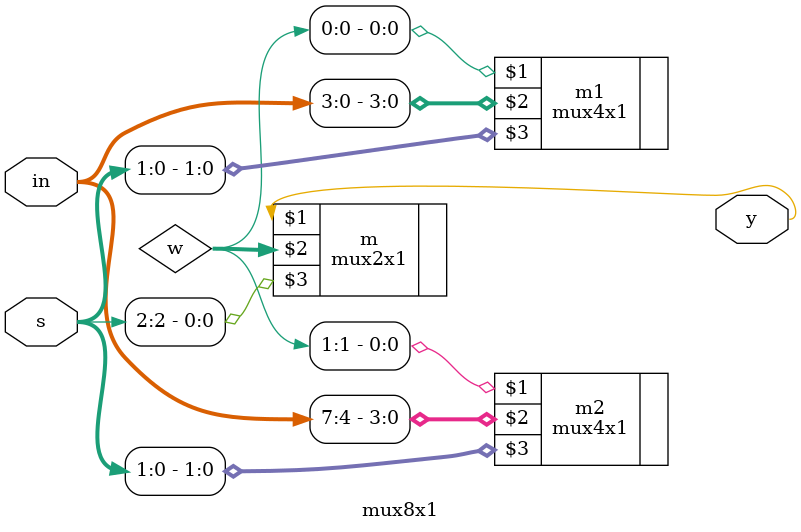
<source format=v>

`include "mux4x1.v";
`timescale 1ns/1ps;
module mux8x1(y,in,s);
  input [7:0]in;
  input [2:0]s;
  output y;
  wire [1:0]w;

  mux4x1 m1(w[0],in[3:0],s[1:0]);
  mux4x1 m2(w[1],in[7:4],s[1:0]);
  mux2x1 m(y,w,s[2]);
endmodule

</source>
